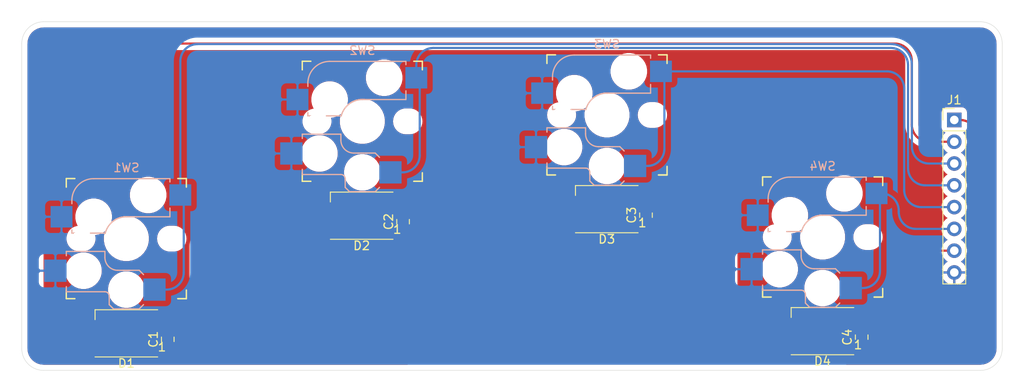
<source format=kicad_pcb>
(kicad_pcb (version 20221018) (generator pcbnew)
  (layers (0 "F.Cu" signal) (31 "B.Cu" signal) (34 "B.Paste" user) (35 "F.Paste" user) (36 "B.SilkS" user "B.Silkscreen") (37 "F.SilkS" user "F.Silkscreen") (38 "B.Mask" user) (39 "F.Mask" user) (44 "Edge.Cuts" user))
  (net 0 "")
  (net 1 "Net-(D1-Pad2)")
  (net 2 "LED_IN")
  (net 3 "Net-(D2-Pad2)")
  (net 4 "Net-(D3-Pad2)")
  (net 5 "LED_OUT")
  (net 6 "GND")
  (net 7 "BTN_RIGHT")
  (net 8 "BTN_DOWN")
  (net 9 "BTN_LEFT")
  (net 10 "BTN_L")
  (net 11 "+5V")
  (footprint "Capacitor_SMD:C_0805_2012Metric" (layer "F.Cu") (at 116.078 95.437999 90)
    (fp_text reference "C1")
    (fp_text value "C")
  )
  (footprint "Capacitor_SMD:C_0805_2012Metric" (layer "F.Cu") (at 143.51 81.721999 90)
    (fp_text reference "C2")
    (fp_text value "C")
  )
  (footprint "Capacitor_SMD:C_0805_2012Metric" (layer "F.Cu") (at 171.831 80.965001 90)
    (fp_text reference "C3")
    (fp_text value "C")
  )
  (footprint "Capacitor_SMD:C_0805_2012Metric" (layer "F.Cu") (at 196.977 95.183999 90)
    (fp_text reference "C4")
    (fp_text value "C")
  )
  (footprint "LED_SMD:LED_WS2812B_PLCC4_5.0x5.0mm_P3.2mm" (layer "F.Cu") (at 138.684 81.026 180)
    (fp_text reference "D2")
    (fp_text value "WS2812B")
  )
  (footprint "LED_SMD:LED_WS2812B_PLCC4_5.0x5.0mm_P3.2mm" (layer "F.Cu") (at 167.259 80.264 180)
    (fp_text reference "D3")
    (fp_text value "WS2812B")
  )
  (footprint "LED_SMD:LED_WS2812B_PLCC4_5.0x5.0mm_P3.2mm" (layer "F.Cu") (at 192.405 94.488 180)
    (fp_text reference "D4")
    (fp_text value "WS2812B")
  )
  (footprint "Connector_PinHeader_2.54mm:PinHeader_1x08_P2.54mm_Vertical" (layer "F.Cu") (at 207.772 69.865)
    (fp_text reference "J1")
    (fp_text value "Conn_01x08")
  )
  (footprint "mx+choc_socket:MX+Choc_socket" (layer "F.Cu") (at 113.792 78.613)
    (fp_text reference "SW1")
    (fp_text value "SW_Push")
  )
  (footprint "mx+choc_socket:MX+Choc_socket" (layer "F.Cu") (at 141.303 64.943)
    (fp_text reference "SW2")
    (fp_text value "SW_Push")
  )
  (footprint "mx+choc_socket:MX+Choc_socket" (layer "F.Cu") (at 169.825 64.199)
    (fp_text reference "SW3")
    (fp_text value "SW_Push")
  )
  (footprint "mx+choc_socket:MX+Choc_socket" (layer "F.Cu") (at 194.96 78.431)
    (fp_text reference "SW4")
    (fp_text value "SW_Push")
  )
  (footprint "LED_SMD:LED_WS2812B_PLCC4_5.0x5.0mm_P3.2mm" (layer "F.Cu") (at 111.252 94.742 180)
    (fp_text reference "D1")
    (fp_text value "WS2812B")
  )
  (gr_line (start 213.36 96.52) (end 213.36 60.96) (stroke (width 0.05)) (layer "Edge.Cuts"))
  (gr_line (start 99.06 60.96) (end 99.06 96.52) (stroke (width 0.05)) (layer "Edge.Cuts"))
  (gr_arc (start 101.6 99.06) (mid 99.803949 98.316051) (end 99.06 96.52) (stroke (width 0.05)) (layer "Edge.Cuts"))
  (gr_line (start 210.82 58.42) (end 101.6 58.42) (stroke (width 0.05)) (layer "Edge.Cuts"))
  (gr_line (start 101.6 99.06) (end 210.82 99.06) (stroke (width 0.05)) (layer "Edge.Cuts"))
  (gr_arc (start 213.36 96.52) (mid 212.616051 98.316051) (end 210.82 99.06) (stroke (width 0.05)) (layer "Edge.Cuts"))
  (gr_arc (start 99.06 60.96) (mid 99.803949 59.163949) (end 101.6 58.42) (stroke (width 0.05)) (layer "Edge.Cuts"))
  (gr_arc (start 210.82 58.42) (mid 212.616051 59.163949) (end 213.36 60.96) (stroke (width 0.05)) (layer "Edge.Cuts"))
  (segment (start 119.227759 91.907366) (end 119.29388 91.722569) (width 0.25) (layer "F.Cu") (net 1))
  (segment (start 117.38 93.142) (end 117.576034 93.132369) (width 0.25) (layer "F.Cu") (net 1))
  (segment (start 119.143842 92.084793) (end 119.227759 91.907366) (width 0.25) (layer "F.Cu") (net 1))
  (segment (start 120.989819 82.664429) (end 120.79943 82.712119) (width 0.25) (layer "F.Cu") (net 1))
  (segment (start 118.322793 92.905842) (end 118.49114 92.804939) (width 0.25) (layer "F.Cu") (net 1))
  (segment (start 119.38963 84.429965) (end 119.38 84.626) (width 0.25) (layer "F.Cu") (net 1))
  (segment (start 119.71706 83.514859) (end 119.616157 83.683206) (width 0.25) (layer "F.Cu") (net 1))
  (segment (start 119.370369 91.338034) (end 119.38 91.142) (width 0.25) (layer "F.Cu") (net 1))
  (segment (start 120.614633 82.77824) (end 120.437206 82.862157) (width 0.25) (layer "F.Cu") (net 1))
  (segment (start 119.042939 92.25314) (end 119.143842 92.084793) (width 0.25) (layer "F.Cu") (net 1))
  (segment (start 117.960569 93.05588) (end 118.145366 92.989759) (width 0.25) (layer "F.Cu") (net 1))
  (segment (start 119.53224 83.860633) (end 119.466119 84.04543) (width 0.25) (layer "F.Cu") (net 1))
  (segment (start 120.111213 83.079979) (end 119.965786 83.211786) (width 0.25) (layer "F.Cu") (net 1))
  (segment (start 117.77018 93.10357) (end 117.960569 93.05588) (width 0.25) (layer "F.Cu") (net 1))
  (segment (start 118.92602 92.410786) (end 119.042939 92.25314) (width 0.25) (layer "F.Cu") (net 1))
  (segment (start 119.38 91.142) (end 119.38 84.626) (width 0.25) (layer "F.Cu") (net 1))
  (segment (start 119.34157 91.53218) (end 119.370369 91.338034) (width 0.25) (layer "F.Cu") (net 1))
  (segment (start 118.794213 92.556213) (end 118.92602 92.410786) (width 0.25) (layer "F.Cu") (net 1))
  (segment (start 119.965786 83.211786) (end 119.833979 83.357213) (width 0.25) (layer "F.Cu") (net 1))
  (segment (start 117.576034 93.132369) (end 117.77018 93.10357) (width 0.25) (layer "F.Cu") (net 1))
  (segment (start 118.145366 92.989759) (end 118.322793 92.905842) (width 0.25) (layer "F.Cu") (net 1))
  (segment (start 117.38 93.142) (end 113.702 93.142) (width 0.25) (layer "F.Cu") (net 1))
  (segment (start 121.38 82.626) (end 136.234 82.626) (width 0.25) (layer "F.Cu") (net 1))
  (segment (start 120.268859 82.96306) (end 120.111213 83.079979) (width 0.25) (layer "F.Cu") (net 1))
  (segment (start 119.29388 91.722569) (end 119.34157 91.53218) (width 0.25) (layer "F.Cu") (net 1))
  (segment (start 118.49114 92.804939) (end 118.648786 92.68802) (width 0.25) (layer "F.Cu") (net 1))
  (segment (start 119.418429 84.235819) (end 119.38963 84.429965) (width 0.25) (layer "F.Cu") (net 1))
  (segment (start 119.616157 83.683206) (end 119.53224 83.860633) (width 0.25) (layer "F.Cu") (net 1))
  (segment (start 120.437206 82.862157) (end 120.268859 82.96306) (width 0.25) (layer "F.Cu") (net 1))
  (segment (start 121.183965 82.63563) (end 120.989819 82.664429) (width 0.25) (layer "F.Cu") (net 1))
  (segment (start 118.648786 92.68802) (end 118.794213 92.556213) (width 0.25) (layer "F.Cu") (net 1))
  (segment (start 121.38 82.626) (end 121.183965 82.63563) (width 0.25) (layer "F.Cu") (net 1))
  (segment (start 119.833979 83.357213) (end 119.71706 83.514859) (width 0.25) (layer "F.Cu") (net 1))
  (segment (start 119.466119 84.04543) (end 119.418429 84.235819) (width 0.25) (layer "F.Cu") (net 1))
  (segment (start 120.79943 82.712119) (end 120.614633 82.77824) (width 0.25) (layer "F.Cu") (net 1))
  (segment (start 202.905119 70.985569) (end 202.857429 70.79518) (width 0.25) (layer "F.Cu") (net 2))
  (segment (start 201.399569 61.046119) (end 201.584366 61.11224) (width 0.25) (layer "F.Cu") (net 2))
  (segment (start 204.622965 72.395369) (end 204.428819 72.36657) (width 0.25) (layer "F.Cu") (net 2))
  (segment (start 204.819 72.405) (end 207.772 72.405) (width 0.25) (layer "F.Cu") (net 2))
  (segment (start 101.291979 61.691213) (end 101.423786 61.545786) (width 0.25) (layer "F.Cu") (net 2))
  (segment (start 203.404786 71.819213) (end 203.272979 71.673786) (width 0.25) (layer "F.Cu") (net 2))
  (segment (start 202.233213 61.545786) (end 202.36502 61.691213) (width 0.25) (layer "F.Cu") (net 2))
  (segment (start 202.582842 62.017206) (end 202.666759 62.194633) (width 0.25) (layer "F.Cu") (net 2))
  (segment (start 202.36502 61.691213) (end 202.481939 61.848859) (width 0.25) (layer "F.Cu") (net 2))
  (segment (start 101.895206 61.196157) (end 102.072633 61.11224) (width 0.25) (layer "F.Cu") (net 2))
  (segment (start 202.78057 62.569819) (end 202.809369 62.763965) (width 0.25) (layer "F.Cu") (net 2))
  (segment (start 202.857429 70.79518) (end 202.82863 70.601034) (width 0.25) (layer "F.Cu") (net 2))
  (segment (start 101.895206 96.105842) (end 101.726859 96.004939) (width 0.25) (layer "F.Cu") (net 2))
  (segment (start 201.584366 61.11224) (end 201.761793 61.196157) (width 0.25) (layer "F.Cu") (net 2))
  (segment (start 202.73288 62.37943) (end 202.78057 62.569819) (width 0.25) (layer "F.Cu") (net 2))
  (segment (start 101.17506 95.45314) (end 101.074157 95.284793) (width 0.25) (layer "F.Cu") (net 2))
  (segment (start 202.819 62.96) (end 202.819 70.405) (width 0.25) (layer "F.Cu") (net 2))
  (segment (start 100.84763 62.763965) (end 100.876429 62.569819) (width 0.25) (layer "F.Cu") (net 2))
  (segment (start 100.99024 95.107366) (end 100.924119 94.922569) (width 0.25) (layer "F.Cu") (net 2))
  (segment (start 204.053633 72.252759) (end 203.876206 72.168842) (width 0.25) (layer "F.Cu") (net 2))
  (segment (start 100.99024 62.194633) (end 101.074157 62.017206) (width 0.25) (layer "F.Cu") (net 2))
  (segment (start 101.569213 95.88802) (end 101.423786 95.756213) (width 0.25) (layer "F.Cu") (net 2))
  (segment (start 102.641965 60.96963) (end 102.838 60.96) (width 0.25) (layer "F.Cu") (net 2))
  (segment (start 203.876206 72.168842) (end 203.707859 72.067939) (width 0.25) (layer "F.Cu") (net 2))
  (segment (start 203.272979 71.673786) (end 203.15606 71.51614) (width 0.25) (layer "F.Cu") (net 2))
  (segment (start 100.876429 94.73218) (end 100.84763 94.538034) (width 0.25) (layer "F.Cu") (net 2))
  (segment (start 101.569213 61.413979) (end 101.726859 61.29706) (width 0.25) (layer "F.Cu") (net 2))
  (segment (start 102.447819 60.998429) (end 102.641965 60.96963) (width 0.25) (layer "F.Cu") (net 2))
  (segment (start 102.447819 96.30357) (end 102.25743 96.25588) (width 0.25) (layer "F.Cu") (net 2))
  (segment (start 102.072633 96.189759) (end 101.895206 96.105842) (width 0.25) (layer "F.Cu") (net 2))
  (segment (start 203.707859 72.067939) (end 203.550213 71.95102) (width 0.25) (layer "F.Cu") (net 2))
  (segment (start 101.291979 95.610786) (end 101.17506 95.45314) (width 0.25) (layer "F.Cu") (net 2))
  (segment (start 203.550213 71.95102) (end 203.404786 71.819213) (width 0.25) (layer "F.Cu") (net 2))
  (segment (start 202.809369 62.763965) (end 202.819 62.96) (width 0.25) (layer "F.Cu") (net 2))
  (segment (start 102.25743 61.046119) (end 102.447819 60.998429) (width 0.25) (layer "F.Cu") (net 2))
  (segment (start 100.838 94.342) (end 100.838 62.96) (width 0.25) (layer "F.Cu") (net 2))
  (segment (start 201.015034 60.96963) (end 201.20918 60.998429) (width 0.25) (layer "F.Cu") (net 2))
  (segment (start 101.726859 96.004939) (end 101.569213 95.88802) (width 0.25) (layer "F.Cu") (net 2))
  (segment (start 100.924119 94.922569) (end 100.876429 94.73218) (width 0.25) (layer "F.Cu") (net 2))
  (segment (start 200.819 60.96) (end 201.015034 60.96963) (width 0.25) (layer "F.Cu") (net 2))
  (segment (start 201.20918 60.998429) (end 201.399569 61.046119) (width 0.25) (layer "F.Cu") (net 2))
  (segment (start 101.423786 95.756213) (end 101.291979 95.610786) (width 0.25) (layer "F.Cu") (net 2))
  (segment (start 204.819 72.405) (end 204.622965 72.395369) (width 0.25) (layer "F.Cu") (net 2))
  (segment (start 101.423786 61.545786) (end 101.569213 61.413979) (width 0.25) (layer "F.Cu") (net 2))
  (segment (start 101.074157 62.017206) (end 101.17506 61.848859) (width 0.25) (layer "F.Cu") (net 2))
  (segment (start 100.84763 94.538034) (end 100.838 94.342) (width 0.25) (layer "F.Cu") (net 2))
  (segment (start 202.481939 61.848859) (end 202.582842 62.017206) (width 0.25) (layer "F.Cu") (net 2))
  (segment (start 203.055157 71.347793) (end 202.97124 71.170366) (width 0.25) (layer "F.Cu") (net 2))
  (segment (start 102.072633 61.11224) (end 102.25743 61.046119) (width 0.25) (layer "F.Cu") (net 2))
  (segment (start 204.428819 72.36657) (end 204.23843 72.31888) (width 0.25) (layer "F.Cu") (net 2))
  (segment (start 203.15606 71.51614) (end 203.055157 71.347793) (width 0.25) (layer "F.Cu") (net 2))
  (segment (start 101.074157 95.284793) (end 100.99024 95.107366) (width 0.25) (layer "F.Cu") (net 2))
  (segment (start 102.838 96.342) (end 108.802 96.342) (width 0.25) (layer "F.Cu") (net 2))
  (segment (start 102.641965 96.332369) (end 102.447819 96.30357) (width 0.25) (layer "F.Cu") (net 2))
  (segment (start 100.876429 62.569819) (end 100.924119 62.37943) (width 0.25) (layer "F.Cu") (net 2))
  (segment (start 202.666759 62.194633) (end 202.73288 62.37943) (width 0.25) (layer "F.Cu") (net 2))
  (segment (start 201.93014 61.29706) (end 202.087786 61.413979) (width 0.25) (layer "F.Cu") (net 2))
  (segment (start 100.838 62.96) (end 100.84763 62.763965) (width 0.25) (layer "F.Cu") (net 2))
  (segment (start 202.82863 70.601034) (end 202.819 70.405) (width 0.25) (layer "F.Cu") (net 2))
  (segment (start 201.761793 61.196157) (end 201.93014 61.29706) (width 0.25) (layer "F.Cu") (net 2))
  (segment (start 204.23843 72.31888) (end 204.053633 72.252759) (width 0.25) (layer "F.Cu") (net 2))
  (segment (start 202.087786 61.413979) (end 202.233213 61.545786) (width 0.25) (layer "F.Cu") (net 2))
  (segment (start 102.838 96.342) (end 102.641965 96.332369) (width 0.25) (layer "F.Cu") (net 2))
  (segment (start 202.97124 71.170366) (end 202.905119 70.985569) (width 0.25) (layer "F.Cu") (net 2))
  (segment (start 102.25743 96.25588) (end 102.072633 96.189759) (width 0.25) (layer "F.Cu") (net 2))
  (segment (start 102.838 60.96) (end 200.819 60.96) (width 0.25) (layer "F.Cu") (net 2))
  (segment (start 101.17506 61.848859) (end 101.291979 61.691213) (width 0.25) (layer "F.Cu") (net 2))
  (segment (start 100.924119 62.37943) (end 100.99024 62.194633) (width 0.25) (layer "F.Cu") (net 2))
  (segment (start 101.726859 61.29706) (end 101.895206 61.196157) (width 0.25) (layer "F.Cu") (net 2))
  (segment (start 157.04054 81.861091) (end 156.922365 81.852374) (width 0.25) (layer "F.Cu") (net 3))
  (segment (start 153.421808 79.529955) (end 153.534323 79.567125) (width 0.25) (layer "F.Cu") (net 3))
  (segment (start 155.817734 81.457131) (end 155.720854 81.3889) (width 0.25) (layer "F.Cu") (net 3))
  (segment (start 155.451893 81.156893) (end 154.428106 80.133106) (width 0.25) (layer "F.Cu") (net 3))
  (segment (start 155.537712 81.2386) (end 155.451893 81.156893) (width 0.25) (layer "F.Cu") (net 3))
  (segment (start 152.839459 79.428908) (end 152.957634 79.437625) (width 0.25) (layer "F.Cu") (net 3))
  (segment (start 156.68801 81.817611) (end 156.572393 81.791649) (width 0.25) (layer "F.Cu") (net 3))
  (segment (start 152.957634 79.437625) (end 153.075238 79.45213) (width 0.25) (layer "F.Cu") (net 3))
  (segment (start 156.020947 81.578932) (end 155.917845 81.520526) (width 0.25) (layer "F.Cu") (net 3))
  (segment (start 152.721 79.426) (end 152.839459 79.428908) (width 0.25) (layer "F.Cu") (net 3))
  (segment (start 155.917845 81.520526) (end 155.817734 81.457131) (width 0.25) (layer "F.Cu") (net 3))
  (segment (start 154.062264 79.832868) (end 154.159144 79.901098) (width 0.25) (layer "F.Cu") (net 3))
  (segment (start 153.859051 79.711067) (end 153.962153 79.769473) (width 0.25) (layer "F.Cu") (net 3))
  (segment (start 156.804761 81.837869) (end 156.68801 81.817611) (width 0.25) (layer "F.Cu") (net 3))
  (segment (start 152.721 79.426) (end 141.134 79.426) (width 0.25) (layer "F.Cu") (net 3))
  (segment (start 153.962153 79.769473) (end 154.062264 79.832868) (width 0.25) (layer "F.Cu") (net 3))
  (segment (start 153.191989 79.472388) (end 153.307605 79.49835) (width 0.25) (layer "F.Cu") (net 3))
  (segment (start 153.075238 79.45213) (end 153.191989 79.472388) (width 0.25) (layer "F.Cu") (net 3))
  (segment (start 156.45819 81.760044) (end 156.345675 81.722874) (width 0.25) (layer "F.Cu") (net 3))
  (segment (start 155.627438 81.315998) (end 155.537712 81.2386) (width 0.25) (layer "F.Cu") (net 3))
  (segment (start 156.23512 81.680228) (end 156.12679 81.632209) (width 0.25) (layer "F.Cu") (net 3))
  (segment (start 153.307605 79.49835) (end 153.421808 79.529955) (width 0.25) (layer "F.Cu") (net 3))
  (segment (start 153.534323 79.567125) (end 153.644878 79.60977) (width 0.25) (layer "F.Cu") (net 3))
  (segment (start 156.345675 81.722874) (end 156.23512 81.680228) (width 0.25) (layer "F.Cu") (net 3))
  (segment (start 157.159 81.864) (end 164.809 81.864) (width 0.25) (layer "F.Cu") (net 3))
  (segment (start 157.159 81.864) (end 157.04054 81.861091) (width 0.25) (layer "F.Cu") (net 3))
  (segment (start 154.342285 80.051398) (end 154.428106 80.133106) (width 0.25) (layer "F.Cu") (net 3))
  (segment (start 156.922365 81.852374) (end 156.804761 81.837869) (width 0.25) (layer "F.Cu") (net 3))
  (segment (start 153.644878 79.60977) (end 153.753208 79.65779) (width 0.25) (layer "F.Cu") (net 3))
  (segment (start 154.159144 79.901098) (end 154.252559 79.974) (width 0.25) (layer "F.Cu") (net 3))
  (segment (start 154.252559 79.974) (end 154.342285 80.051398) (width 0.25) (layer "F.Cu") (net 3))
  (segment (start 153.753208 79.65779) (end 153.859051 79.711067) (width 0.25) (layer "F.Cu") (net 3))
  (segment (start 156.572393 81.791649) (end 156.45819 81.760044) (width 0.25) (layer "F.Cu") (net 3))
  (segment (start 156.12679 81.632209) (end 156.020947 81.578932) (width 0.25) (layer "F.Cu") (net 3))
  (segment (start 155.720854 81.3889) (end 155.627438 81.315998) (width 0.25) (layer "F.Cu") (net 3))
  (segment (start 183.346819 96.04957) (end 183.15643 96.00188) (width 0.25) (layer "F.Cu") (net 4))
  (segment (start 181.584759 79.898633) (end 181.500842 79.721206) (width 0.25) (layer "F.Cu") (net 4))
  (segment (start 181.74663 94.284034) (end 181.737 94.088) (width 0.25) (layer "F.Cu") (net 4))
  (segment (start 181.69857 80.273819) (end 181.65088 80.08343) (width 0.25) (layer "F.Cu") (net 4))
  (segment (start 182.322786 95.502213) (end 182.190979 95.356786) (width 0.25) (layer "F.Cu") (net 4))
  (segment (start 181.88924 94.853366) (end 181.823119 94.668569) (width 0.25) (layer "F.Cu") (net 4))
  (segment (start 180.12718 78.702429) (end 179.933034 78.67363) (width 0.25) (layer "F.Cu") (net 4))
  (segment (start 182.625859 95.750939) (end 182.468213 95.63402) (width 0.25) (layer "F.Cu") (net 4))
  (segment (start 183.540965 96.078369) (end 183.346819 96.04957) (width 0.25) (layer "F.Cu") (net 4))
  (segment (start 183.15643 96.00188) (end 182.971633 95.935759) (width 0.25) (layer "F.Cu") (net 4))
  (segment (start 179.737 78.664) (end 169.709 78.664) (width 0.25) (layer "F.Cu") (net 4))
  (segment (start 182.794206 95.851842) (end 182.625859 95.750939) (width 0.25) (layer "F.Cu") (net 4))
  (segment (start 180.502366 78.81624) (end 180.317569 78.750119) (width 0.25) (layer "F.Cu") (net 4))
  (segment (start 181.737 94.088) (end 181.737 80.664) (width 0.25) (layer "F.Cu") (net 4))
  (segment (start 182.190979 95.356786) (end 182.07406 95.19914) (width 0.25) (layer "F.Cu") (net 4))
  (segment (start 180.84814 79.00106) (end 180.679793 78.900157) (width 0.25) (layer "F.Cu") (net 4))
  (segment (start 181.775429 94.47818) (end 181.74663 94.284034) (width 0.25) (layer "F.Cu") (net 4))
  (segment (start 181.151213 79.249786) (end 181.005786 79.117979) (width 0.25) (layer "F.Cu") (net 4))
  (segment (start 181.005786 79.117979) (end 180.84814 79.00106) (width 0.25) (layer "F.Cu") (net 4))
  (segment (start 181.973157 95.030793) (end 181.88924 94.853366) (width 0.25) (layer "F.Cu") (net 4))
  (segment (start 181.28302 79.395213) (end 181.151213 79.249786) (width 0.25) (layer "F.Cu") (net 4))
  (segment (start 182.971633 95.935759) (end 182.794206 95.851842) (width 0.25) (layer "F.Cu") (net 4))
  (segment (start 181.399939 79.552859) (end 181.28302 79.395213) (width 0.25) (layer "F.Cu") (net 4))
  (segment (start 179.933034 78.67363) (end 179.737 78.664) (width 0.25) (layer "F.Cu") (net 4))
  (segment (start 181.737 80.664) (end 181.727369 80.467965) (width 0.25) (layer "F.Cu") (net 4))
  (segment (start 182.468213 95.63402) (end 182.322786 95.502213) (width 0.25) (layer "F.Cu") (net 4))
  (segment (start 182.07406 95.19914) (end 181.973157 95.030793) (width 0.25) (layer "F.Cu") (net 4))
  (segment (start 181.65088 80.08343) (end 181.584759 79.898633) (width 0.25) (layer "F.Cu") (net 4))
  (segment (start 181.727369 80.467965) (end 181.69857 80.273819) (width 0.25) (layer "F.Cu") (net 4))
  (segment (start 183.737 96.088) (end 189.955 96.088) (width 0.25) (layer "F.Cu") (net 4))
  (segment (start 180.679793 78.900157) (end 180.502366 78.81624) (width 0.25) (layer "F.Cu") (net 4))
  (segment (start 180.317569 78.750119) (end 180.12718 78.702429) (width 0.25) (layer "F.Cu") (net 4))
  (segment (start 183.737 96.088) (end 183.540965 96.078369) (width 0.25) (layer "F.Cu") (net 4))
  (segment (start 181.823119 94.668569) (end 181.775429 94.47818) (width 0.25) (layer "F.Cu") (net 4))
  (segment (start 181.500842 79.721206) (end 181.399939 79.552859) (width 0.25) (layer "F.Cu") (net 4))
  (segment (start 200.637569 92.80188) (end 200.822366 92.735759) (width 0.25) (layer "F.Cu") (net 5))
  (segment (start 202.01857 91.27818) (end 202.047369 91.084034) (width 0.25) (layer "F.Cu") (net 5))
  (segment (start 201.16814 92.550939) (end 201.325786 92.43402) (width 0.25) (layer "F.Cu") (net 5))
  (segment (start 202.293157 86.162206) (end 202.20924 86.339633) (width 0.25) (layer "F.Cu") (net 5))
  (segment (start 202.510979 85.836213) (end 202.39406 85.993859) (width 0.25) (layer "F.Cu") (net 5))
  (segment (start 203.666819 85.143429) (end 203.47643 85.191119) (width 0.25) (layer "F.Cu") (net 5))
  (segment (start 201.325786 92.43402) (end 201.471213 92.302213) (width 0.25) (layer "F.Cu") (net 5))
  (segment (start 201.719939 91.99914) (end 201.820842 91.830793) (width 0.25) (layer "F.Cu") (net 5))
  (segment (start 203.114206 85.341157) (end 202.945859 85.44206) (width 0.25) (layer "F.Cu") (net 5))
  (segment (start 202.39406 85.993859) (end 202.293157 86.162206) (width 0.25) (layer "F.Cu") (net 5))
  (segment (start 203.47643 85.191119) (end 203.291633 85.25724) (width 0.25) (layer "F.Cu") (net 5))
  (segment (start 202.057 90.888) (end 202.057 87.105) (width 0.25) (layer "F.Cu") (net 5))
  (segment (start 202.047369 91.084034) (end 202.057 90.888) (width 0.25) (layer "F.Cu") (net 5))
  (segment (start 204.057 85.105) (end 203.860965 85.11463) (width 0.25) (layer "F.Cu") (net 5))
  (segment (start 202.20924 86.339633) (end 202.143119 86.52443) (width 0.25) (layer "F.Cu") (net 5))
  (segment (start 201.60302 92.156786) (end 201.719939 91.99914) (width 0.25) (layer "F.Cu") (net 5))
  (segment (start 202.095429 86.714819) (end 202.06663 86.908965) (width 0.25) (layer "F.Cu") (net 5))
  (segment (start 200.999793 92.651842) (end 201.16814 92.550939) (width 0.25) (layer "F.Cu") (net 5))
  (segment (start 202.788213 85.558979) (end 202.642786 85.690786) (width 0.25) (layer "F.Cu") (net 5))
  (segment (start 200.057 92.888) (end 194.855 92.888) (width 0.25) (layer "F.Cu") (net 5))
  (segment (start 202.945859 85.44206) (end 202.788213 85.558979) (width 0.25) (layer "F.Cu") (net 5))
  (segment (start 202.06663 86.908965) (end 202.057 87.105) (width 0.25) (layer "F.Cu") (net 5))
  (segment (start 201.820842 91.830793) (end 201.904759 91.653366) (width 0.25) (layer "F.Cu") (net 5))
  (segment (start 201.471213 92.302213) (end 201.60302 92.156786) (width 0.25) (layer "F.Cu") (net 5))
  (segment (start 202.642786 85.690786) (end 202.510979 85.836213) (width 0.25) (layer "F.Cu") (net 5))
  (segment (start 203.291633 85.25724) (end 203.114206 85.341157) (width 0.25) (layer "F.Cu") (net 5))
  (segment (start 202.143119 86.52443) (end 202.095429 86.714819) (width 0.25) (layer "F.Cu") (net 5))
  (segment (start 200.822366 92.735759) (end 200.999793 92.651842) (width 0.25) (layer "F.Cu") (net 5))
  (segment (start 200.44718 92.84957) (end 200.637569 92.80188) (width 0.25) (layer "F.Cu") (net 5))
  (segment (start 201.97088 91.468569) (end 202.01857 91.27818) (width 0.25) (layer "F.Cu") (net 5))
  (segment (start 203.860965 85.11463) (end 203.666819 85.143429) (width 0.25) (layer "F.Cu") (net 5))
  (segment (start 204.057 85.105) (end 207.772 85.105) (width 0.25) (layer "F.Cu") (net 5))
  (segment (start 200.253034 92.878369) (end 200.44718 92.84957) (width 0.25) (layer "F.Cu") (net 5))
  (segment (start 201.904759 91.653366) (end 201.97088 91.468569) (width 0.25) (layer "F.Cu") (net 5))
  (segment (start 200.057 92.888) (end 200.253034 92.878369) (width 0.25) (layer "F.Cu") (net 5))
  (segment (start 197.306864 89.451369) (end 197.11083 89.461) (width 0.25) (layer "B.Cu") (net 7))
  (segment (start 201.142759 79.665633) (end 201.058842 79.488206) (width 0.25) (layer "B.Cu") (net 7))
  (segment (start 199.295 78.431) (end 198.71 78.431) (width 0.25) (layer "B.Cu") (net 7))
  (segment (start 197.50101 89.42257) (end 197.306864 89.451369) (width 0.25) (layer "B.Cu") (net 7))
  (segment (start 197.691399 89.37488) (end 197.50101 89.42257) (width 0.25) (layer "B.Cu") (net 7))
  (segment (start 201.285369 80.234965) (end 201.25657 80.040819) (width 0.25) (layer "B.Cu") (net 7))
  (segment (start 199.491034 78.44063) (end 199.295 78.431) (width 0.25) (layer "B.Cu") (net 7))
  (segment (start 201.748979 81.833786) (end 201.63206 81.67614) (width 0.25) (layer "B.Cu") (net 7))
  (segment (start 201.20888 79.85043) (end 201.142759 79.665633) (width 0.25) (layer "B.Cu") (net 7))
  (segment (start 198.22197 89.123939) (end 198.053623 89.224842) (width 0.25) (layer "B.Cu") (net 7))
  (segment (start 201.058842 79.488206) (end 200.957939 79.319859) (width 0.25) (layer "B.Cu") (net 7))
  (segment (start 201.333429 80.95518) (end 201.30463 80.761034) (width 0.25) (layer "B.Cu") (net 7))
  (segment (start 199.11083 87.461) (end 199.11083 78.83183) (width 0.25) (layer "B.Cu") (net 7))
  (segment (start 198.773769 88.57214) (end 198.65685 88.729786) (width 0.25) (layer "B.Cu") (net 7))
  (segment (start 199.11083 87.461) (end 199.101199 87.657034) (width 0.25) (layer "B.Cu") (net 7))
  (segment (start 198.379616 89.00702) (end 198.22197 89.123939) (width 0.25) (layer "B.Cu") (net 7))
  (segment (start 201.531157 81.507793) (end 201.44724 81.330366) (width 0.25) (layer "B.Cu") (net 7))
  (segment (start 200.563786 78.884979) (end 200.40614 78.76806) (width 0.25) (layer "B.Cu") (net 7))
  (segment (start 202.183859 82.227939) (end 202.026213 82.11102) (width 0.25) (layer "B.Cu") (net 7))
  (segment (start 202.026213 82.11102) (end 201.880786 81.979213) (width 0.25) (layer "B.Cu") (net 7))
  (segment (start 201.30463 80.761034) (end 201.295 80.565) (width 0.25) (layer "B.Cu") (net 7))
  (segment (start 197.876196 89.308759) (end 197.691399 89.37488) (width 0.25) (layer "B.Cu") (net 7))
  (segment (start 200.40614 78.76806) (end 200.237793 78.667157) (width 0.25) (layer "B.Cu") (net 7))
  (segment (start 198.958589 88.226366) (end 198.874672 88.403793) (width 0.25) (layer "B.Cu") (net 7))
  (segment (start 199.0724 87.85118) (end 199.02471 88.041569) (width 0.25) (layer "B.Cu") (net 7))
  (segment (start 201.25657 80.040819) (end 201.20888 79.85043) (width 0.25) (layer "B.Cu") (net 7))
  (segment (start 201.44724 81.330366) (end 201.381119 81.145569) (width 0.25) (layer "B.Cu") (net 7))
  (segment (start 199.68518 78.469429) (end 199.491034 78.44063) (width 0.25) (layer "B.Cu") (net 7))
  (segment (start 201.295 80.565) (end 201.295 80.431) (width 0.25) (layer "B.Cu") (net 7))
  (segment (start 200.709213 79.016786) (end 200.563786 78.884979) (width 0.25) (layer "B.Cu") (net 7))
  (segment (start 203.295 82.565) (end 203.098965 82.555369) (width 0.25) (layer "B.Cu") (net 7))
  (segment (start 201.295 80.431) (end 201.285369 80.234965) (width 0.25) (layer "B.Cu") (net 7))
  (segment (start 201.63206 81.67614) (end 201.531157 81.507793) (width 0.25) (layer "B.Cu") (net 7))
  (segment (start 200.957939 79.319859) (end 200.84102 79.162213) (width 0.25) (layer "B.Cu") (net 7))
  (segment (start 201.880786 81.979213) (end 201.748979 81.833786) (width 0.25) (layer "B.Cu") (net 7))
  (segment (start 202.904819 82.52657) (end 202.71443 82.47888) (width 0.25) (layer "B.Cu") (net 7))
  (segment (start 202.71443 82.47888) (end 202.529633 82.412759) (width 0.25) (layer "B.Cu") (net 7))
  (segment (start 203.098965 82.555369) (end 202.904819 82.52657) (width 0.25) (layer "B.Cu") (net 7))
  (segment (start 199.875569 78.517119) (end 199.68518 78.469429) (width 0.25) (layer "B.Cu") (net 7))
  (segment (start 198.71 78.431) (end 199.11083 78.83183) (width 0.25) (layer "B.Cu") (net 7))
  (segment (start 200.060366 78.58324) (end 199.875569 78.517119) (width 0.25) (layer "B.Cu") (net 7))
  (segment (start 202.529633 82.412759) (end 202.352206 82.328842) (width 0.25) (layer "B.Cu") (net 7))
  (segment (start 198.65685 88.729786) (end 198.525043 88.875213) (width 0.25) (layer "B.Cu") (net 7))
  (segment (start 199.02471 88.041569) (end 198.958589 88.226366) (width 0.25) (layer "B.Cu") (net 7))
  (segment (start 198.525043 88.875213) (end 198.379616 89.00702) (width 0.25) (layer "B.Cu") (net 7))
  (segment (start 202.352206 82.328842) (end 202.183859 82.227939) (width 0.25) (layer "B.Cu") (net 7))
  (segment (start 198.053623 89.224842) (end 197.876196 89.308759) (width 0.25) (layer "B.Cu") (net 7))
  (segment (start 198.874672 88.403793) (end 198.773769 88.57214) (width 0.25) (layer "B.Cu") (net 7))
  (segment (start 200.237793 78.667157) (end 200.060366 78.58324) (width 0.25) (layer "B.Cu") (net 7))
  (segment (start 197.11083 89.461) (end 195.695 89.461) (width 0.25) (layer "B.Cu") (net 7))
  (segment (start 200.84102 79.162213) (end 200.709213 79.016786) (width 0.25) (layer "B.Cu") (net 7))
  (segment (start 199.101199 87.657034) (end 199.0724 87.85118) (width 0.25) (layer "B.Cu") (net 7))
  (segment (start 201.381119 81.145569) (end 201.333429 80.95518) (width 0.25) (layer "B.Cu") (net 7))
  (segment (start 203.295 82.565) (end 207.772 82.565) (width 0.25) (layer "B.Cu") (net 7))
  (segment (start 173.244616 74.77502) (end 173.08697 74.891939) (width 0.25) (layer "B.Cu") (net 8))
  (segment (start 202.26706 79.13614) (end 202.166157 78.967793) (width 0.25) (layer "B.Cu") (net 8))
  (segment (start 200.872793 64.435157) (end 201.04114 64.53606) (width 0.25) (layer "B.Cu") (net 8))
  (segment (start 203.733965 80.015369) (end 203.539819 79.98657) (width 0.25) (layer "B.Cu") (net 8))
  (segment (start 202.016119 78.605569) (end 201.968429 78.41518) (width 0.25) (layer "B.Cu") (net 8))
  (segment (start 200.32018 64.237429) (end 200.510569 64.285119) (width 0.25) (layer "B.Cu") (net 8))
  (segment (start 173.52185 74.497786) (end 173.390043 74.643213) (width 0.25) (layer "B.Cu") (net 8))
  (segment (start 200.126034 64.20863) (end 200.32018 64.237429) (width 0.25) (layer "B.Cu") (net 8))
  (segment (start 203.539819 79.98657) (end 203.34943 79.93888) (width 0.25) (layer "B.Cu") (net 8))
  (segment (start 171.97583 75.229) (end 170.56 75.229) (width 0.25) (layer "B.Cu") (net 8))
  (segment (start 172.918623 74.992842) (end 172.741196 75.076759) (width 0.25) (layer "B.Cu") (net 8))
  (segment (start 201.93 66.199) (end 201.93 78.025) (width 0.25) (layer "B.Cu") (net 8))
  (segment (start 173.88971 73.809569) (end 173.823589 73.994366) (width 0.25) (layer "B.Cu") (net 8))
  (segment (start 201.84388 65.61843) (end 201.89157 65.808819) (width 0.25) (layer "B.Cu") (net 8))
  (segment (start 203.93 80.025) (end 203.733965 80.015369) (width 0.25) (layer "B.Cu") (net 8))
  (segment (start 203.164633 79.872759) (end 202.987206 79.788842) (width 0.25) (layer "B.Cu") (net 8))
  (segment (start 202.08224 78.790366) (end 202.016119 78.605569) (width 0.25) (layer "B.Cu") (net 8))
  (segment (start 173.390043 74.643213) (end 173.244616 74.77502) (width 0.25) (layer "B.Cu") (net 8))
  (segment (start 202.661213 79.57102) (end 202.515786 79.439213) (width 0.25) (layer "B.Cu") (net 8))
  (segment (start 172.171864 75.219369) (end 171.97583 75.229) (width 0.25) (layer "B.Cu") (net 8))
  (segment (start 202.166157 78.967793) (end 202.08224 78.790366) (width 0.25) (layer "B.Cu") (net 8))
  (segment (start 201.693842 65.256206) (end 201.777759 65.433633) (width 0.25) (layer "B.Cu") (net 8))
  (segment (start 201.198786 64.652979) (end 201.344213 64.784786) (width 0.25) (layer "B.Cu") (net 8))
  (segment (start 173.823589 73.994366) (end 173.739672 74.171793) (width 0.25) (layer "B.Cu") (net 8))
  (segment (start 199.93 64.199) (end 173.575 64.199) (width 0.25) (layer "B.Cu") (net 8))
  (segment (start 202.818859 79.687939) (end 202.661213 79.57102) (width 0.25) (layer "B.Cu") (net 8))
  (segment (start 200.695366 64.35124) (end 200.872793 64.435157) (width 0.25) (layer "B.Cu") (net 8))
  (segment (start 202.987206 79.788842) (end 202.818859 79.687939) (width 0.25) (layer "B.Cu") (net 8))
  (segment (start 173.638769 74.34014) (end 173.52185 74.497786) (width 0.25) (layer "B.Cu") (net 8))
  (segment (start 199.93 64.199) (end 200.126034 64.20863) (width 0.25) (layer "B.Cu") (net 8))
  (segment (start 173.575 64.199) (end 173.97583 64.59983) (width 0.25) (layer "B.Cu") (net 8))
  (segment (start 173.966199 73.425034) (end 173.9374 73.61918) (width 0.25) (layer "B.Cu") (net 8))
  (segment (start 172.741196 75.076759) (end 172.556399 75.14288) (width 0.25) (layer "B.Cu") (net 8))
  (segment (start 201.47602 64.930213) (end 201.592939 65.087859) (width 0.25) (layer "B.Cu") (net 8))
  (segment (start 201.93963 78.221034) (end 201.93 78.025) (width 0.25) (layer "B.Cu") (net 8))
  (segment (start 203.34943 79.93888) (end 203.164633 79.872759) (width 0.25) (layer "B.Cu") (net 8))
  (segment (start 201.920369 66.002965) (end 201.93 66.199) (width 0.25) (layer "B.Cu") (net 8))
  (segment (start 172.36601 75.19057) (end 172.171864 75.219369) (width 0.25) (layer "B.Cu") (net 8))
  (segment (start 173.97583 73.229) (end 173.97583 64.59983) (width 0.25) (layer "B.Cu") (net 8))
  (segment (start 173.08697 74.891939) (end 172.918623 74.992842) (width 0.25) (layer "B.Cu") (net 8))
  (segment (start 202.515786 79.439213) (end 202.383979 79.293786) (width 0.25) (layer "B.Cu") (net 8))
  (segment (start 201.344213 64.784786) (end 201.47602 64.930213) (width 0.25) (layer "B.Cu") (net 8))
  (segment (start 203.93 80.025) (end 207.772 80.025) (width 0.25) (layer "B.Cu") (net 8))
  (segment (start 202.383979 79.293786) (end 202.26706 79.13614) (width 0.25) (layer "B.Cu") (net 8))
  (segment (start 201.777759 65.433633) (end 201.84388 65.61843) (width 0.25) (layer "B.Cu") (net 8))
  (segment (start 201.89157 65.808819) (end 201.920369 66.002965) (width 0.25) (layer "B.Cu") (net 8))
  (segment (start 173.9374 73.61918) (end 173.88971 73.809569) (width 0.25) (layer "B.Cu") (net 8))
  (segment (start 173.97583 73.229) (end 173.966199 73.425034) (width 0.25) (layer "B.Cu") (net 8))
  (segment (start 172.556399 75.14288) (end 172.36601 75.19057) (width 0.25) (layer "B.Cu") (net 8))
  (segment (start 201.592939 65.087859) (end 201.693842 65.256206) (width 0.25) (layer "B.Cu") (net 8))
  (segment (start 200.510569 64.285119) (end 200.695366 64.35124) (width 0.25) (layer "B.Cu") (net 8))
  (segment (start 201.968429 78.41518) (end 201.93963 78.221034) (width 0.25) (layer "B.Cu") (net 8))
  (segment (start 201.04114 64.53606) (end 201.198786 64.652979) (width 0.25) (layer "B.Cu") (net 8))
  (segment (start 173.739672 74.171793) (end 173.638769 74.34014) (width 0.25) (layer "B.Cu") (net 8))
  (segment (start 146.662819 61.506429) (end 146.856965 61.47763) (width 0.25) (layer "B.Cu") (net 9))
  (segment (start 145.20524 62.702633) (end 145.289157 62.525206) (width 0.25) (layer "B.Cu") (net 9))
  (segment (start 201.92603 62.199213) (end 202.042949 62.356859) (width 0.25) (layer "B.Cu") (net 9))
  (segment (start 145.139119 62.88743) (end 145.20524 62.702633) (width 0.25) (layer "B.Cu") (net 9))
  (segment (start 200.576044 61.47763) (end 200.77019 61.506429) (width 0.25) (layer "B.Cu") (net 9))
  (segment (start 144.219196 75.820759) (end 144.034399 75.88688) (width 0.25) (layer "B.Cu") (net 9))
  (segment (start 202.833989 76.753786) (end 202.71707 76.59614) (width 0.25) (layer "B.Cu") (net 9))
  (segment (start 145.941859 61.80506) (end 146.110206 61.704157) (width 0.25) (layer "B.Cu") (net 9))
  (segment (start 202.042949 62.356859) (end 202.143852 62.525206) (width 0.25) (layer "B.Cu") (net 9))
  (segment (start 202.143852 62.525206) (end 202.227769 62.702633) (width 0.25) (layer "B.Cu") (net 9))
  (segment (start 203.79944 77.39888) (end 203.614643 77.332759) (width 0.25) (layer "B.Cu") (net 9))
  (segment (start 145.053 63.468) (end 145.053 64.943) (width 0.25) (layer "B.Cu") (net 9))
  (segment (start 146.47243 61.554119) (end 146.662819 61.506429) (width 0.25) (layer "B.Cu") (net 9))
  (segment (start 145.116769 75.08414) (end 144.99985 75.241786) (width 0.25) (layer "B.Cu") (net 9))
  (segment (start 202.38964 75.681034) (end 202.38001 75.485) (width 0.25) (layer "B.Cu") (net 9))
  (segment (start 204.38001 77.485) (end 207.772 77.485) (width 0.25) (layer "B.Cu") (net 9))
  (segment (start 201.145376 61.62024) (end 201.322803 61.704157) (width 0.25) (layer "B.Cu") (net 9))
  (segment (start 145.36771 74.553569) (end 145.301589 74.738366) (width 0.25) (layer "B.Cu") (net 9))
  (segment (start 145.39006 62.356859) (end 145.506979 62.199213) (width 0.25) (layer "B.Cu") (net 9))
  (segment (start 145.45383 73.973) (end 145.444199 74.169034) (width 0.25) (layer "B.Cu") (net 9))
  (segment (start 144.722616 75.51902) (end 144.56497 75.635939) (width 0.25) (layer "B.Cu") (net 9))
  (segment (start 203.437216 77.248842) (end 203.268869 77.147939) (width 0.25) (layer "B.Cu") (net 9))
  (segment (start 145.217672 74.915793) (end 145.116769 75.08414) (width 0.25) (layer "B.Cu") (net 9))
  (segment (start 201.322803 61.704157) (end 201.49115 61.80506) (width 0.25) (layer "B.Cu") (net 9))
  (segment (start 144.868043 75.387213) (end 144.722616 75.51902) (width 0.25) (layer "B.Cu") (net 9))
  (segment (start 143.649864 75.963369) (end 143.45383 75.973) (width 0.25) (layer "B.Cu") (net 9))
  (segment (start 145.4154 74.36318) (end 145.36771 74.553569) (width 0.25) (layer "B.Cu") (net 9))
  (segment (start 147.053 61.468) (end 200.38001 61.468) (width 0.25) (layer "B.Cu") (net 9))
  (segment (start 201.49115 61.80506) (end 201.648796 61.921979) (width 0.25) (layer "B.Cu") (net 9))
  (segment (start 143.84401 75.93457) (end 143.649864 75.963369) (width 0.25) (layer "B.Cu") (net 9))
  (segment (start 202.29389 62.88743) (end 202.34158 63.077819) (width 0.25) (layer "B.Cu") (net 9))
  (segment (start 145.444199 74.169034) (end 145.4154 74.36318) (width 0.25) (layer "B.Cu") (net 9))
  (segment (start 204.183975 77.475369) (end 203.989829 77.44657) (width 0.25) (layer "B.Cu") (net 9))
  (segment (start 202.38001 63.468) (end 202.38001 75.485) (width 0.25) (layer "B.Cu") (net 9))
  (segment (start 146.287633 61.62024) (end 146.47243 61.554119) (width 0.25) (layer "B.Cu") (net 9))
  (segment (start 144.396623 75.736842) (end 144.219196 75.820759) (width 0.25) (layer "B.Cu") (net 9))
  (segment (start 203.614643 77.332759) (end 203.437216 77.248842) (width 0.25) (layer "B.Cu") (net 9))
  (segment (start 202.466129 76.065569) (end 202.418439 75.87518) (width 0.25) (layer "B.Cu") (net 9))
  (segment (start 145.784213 61.921979) (end 145.941859 61.80506) (width 0.25) (layer "B.Cu") (net 9))
  (segment (start 144.99985 75.241786) (end 144.868043 75.387213) (width 0.25) (layer "B.Cu") (net 9))
  (segment (start 200.960579 61.554119) (end 201.145376 61.62024) (width 0.25) (layer "B.Cu") (net 9))
  (segment (start 202.34158 63.077819) (end 202.370379 63.271965) (width 0.25) (layer "B.Cu") (net 9))
  (segment (start 143.45383 75.973) (end 142.038 75.973) (width 0.25) (layer "B.Cu") (net 9))
  (segment (start 145.091429 63.077819) (end 145.139119 62.88743) (width 0.25) (layer "B.Cu") (net 9))
  (segment (start 202.227769 62.702633) (end 202.29389 62.88743) (width 0.25) (layer "B.Cu") (net 9))
  (segment (start 202.616167 76.427793) (end 202.53225 76.250366) (width 0.25) (layer "B.Cu") (net 9))
  (segment (start 145.053 63.468) (end 145.06263 63.271965) (width 0.25) (layer "B.Cu") (net 9))
  (segment (start 201.648796 61.921979) (end 201.794223 62.053786) (width 0.25) (layer "B.Cu") (net 9))
  (segment (start 204.38001 77.485) (end 204.183975 77.475369) (width 0.25) (layer "B.Cu") (net 9))
  (segment (start 146.856965 61.47763) (end 147.053 61.468) (width 0.25) (layer "B.Cu") (net 9))
  (segment (start 145.506979 62.199213) (end 145.638786 62.053786) (width 0.25) (layer "B.Cu") (net 9))
  (segment (start 203.989829 77.44657) (end 203.79944 77.39888) (width 0.25) (layer "B.Cu") (net 9))
  (segment (start 144.56497 75.635939) (end 144.396623 75.736842) (width 0.25) (layer "B.Cu") (net 9))
  (segment (start 202.965796 76.899213) (end 202.833989 76.753786) (width 0.25) (layer "B.Cu") (net 9))
  (segment (start 202.418439 75.87518) (end 202.38964 75.681034) (width 0.25) (layer "B.Cu") (net 9))
  (segment (start 200.77019 61.506429) (end 200.960579 61.554119) (width 0.25) (layer "B.Cu") (net 9))
  (segment (start 202.71707 76.59614) (end 202.616167 76.427793) (width 0.25) (layer "B.Cu") (net 9))
  (segment (start 146.110206 61.704157) (end 146.287633 61.62024) (width 0.25) (layer "B.Cu") (net 9))
  (segment (start 202.370379 63.271965) (end 202.38001 63.468) (width 0.25) (layer "B.Cu") (net 9))
  (segment (start 145.053 64.943) (end 145.45383 65.34383) (width 0.25) (layer "B.Cu") (net 9))
  (segment (start 203.111223 77.03102) (end 202.965796 76.899213) (width 0.25) (layer "B.Cu") (net 9))
  (segment (start 145.301589 74.738366) (end 145.217672 74.915793) (width 0.25) (layer "B.Cu") (net 9))
  (segment (start 145.45383 73.973) (end 145.45383 65.34383) (width 0.25) (layer "B.Cu") (net 9))
  (segment (start 145.638786 62.053786) (end 145.784213 61.921979) (width 0.25) (layer "B.Cu") (net 9))
  (segment (start 145.289157 62.525206) (end 145.39006 62.356859) (width 0.25) (layer "B.Cu") (net 9))
  (segment (start 202.53225 76.250366) (end 202.466129 76.065569) (width 0.25) (layer "B.Cu") (net 9))
  (segment (start 203.268869 77.147939) (end 203.111223 77.03102) (width 0.25) (layer "B.Cu") (net 9))
  (segment (start 145.06263 63.271965) (end 145.091429 63.077819) (width 0.25) (layer "B.Cu") (net 9))
  (segment (start 200.38001 61.468) (end 200.576044 61.47763) (width 0.25) (layer "B.Cu") (net 9))
  (segment (start 144.034399 75.88688) (end 143.84401 75.93457) (width 0.25) (layer "B.Cu") (net 9))
  (segment (start 201.794223 62.053786) (end 201.92603 62.199213) (width 0.25) (layer "B.Cu") (net 9))
  (segment (start 117.85671 88.223569) (end 117.790589 88.408366) (width 0.25) (layer "B.Cu") (net 10))
  (segment (start 118.273213 61.471968) (end 118.430859 61.35505) (width 0.25) (layer "B.Cu") (net 10))
  (segment (start 115.94283 89.643) (end 114.527 89.643) (width 0.25) (layer "B.Cu") (net 10))
  (segment (start 116.708196 89.490759) (end 116.523399 89.55688) (width 0.25) (layer "B.Cu") (net 10))
  (segment (start 202.647328 62.499547) (end 202.546629 62.286635) (width 0.25) (layer "B.Cu") (net 10))
  (segment (start 117.542 63.01799) (end 117.542 78.613) (width 0.25) (layer "B.Cu") (net 10))
  (segment (start 203.415806 74.359212) (end 203.283999 74.213786) (width 0.25) (layer "B.Cu") (net 10))
  (segment (start 116.885623 89.406842) (end 116.708196 89.490759) (width 0.25) (layer "B.Cu") (net 10))
  (segment (start 200.665259 61.029544) (end 200.430018 61.017989) (width 0.25) (layer "B.Cu") (net 10))
  (segment (start 116.138864 89.633369) (end 115.94283 89.643) (width 0.25) (layer "B.Cu") (net 10))
  (segment (start 202.546629 62.286635) (end 202.425545 62.084619) (width 0.25) (layer "B.Cu") (net 10))
  (segment (start 201.952561 61.562762) (end 201.763386 61.42246) (width 0.25) (layer "B.Cu") (net 10))
  (segment (start 201.348458 61.200677) (end 201.126701 61.121331) (width 0.25) (layer "B.Cu") (net 10))
  (segment (start 116.523399 89.55688) (end 116.33301 89.60457) (width 0.25) (layer "B.Cu") (net 10))
  (segment (start 204.064653 74.792758) (end 203.887226 74.708841) (width 0.25) (layer "B.Cu") (net 10))
  (segment (start 117.628119 62.43742) (end 117.69424 62.252622) (width 0.25) (layer "B.Cu") (net 10))
  (segment (start 118.430859 61.35505) (end 118.599206 61.254146) (width 0.25) (layer "B.Cu") (net 10))
  (segment (start 117.357043 89.057213) (end 117.211616 89.18902) (width 0.25) (layer "B.Cu") (net 10))
  (segment (start 117.9044 88.03318) (end 117.85671 88.223569) (width 0.25) (layer "B.Cu") (net 10))
  (segment (start 117.542 78.613) (end 117.94283 79.01383) (width 0.25) (layer "B.Cu") (net 10))
  (segment (start 203.718879 74.607938) (end 203.561233 74.49102) (width 0.25) (layer "B.Cu") (net 10))
  (segment (start 203.283999 74.213786) (end 203.16708 74.05614) (width 0.25) (layer "B.Cu") (net 10))
  (segment (start 117.94283 87.643) (end 117.94283 79.01383) (width 0.25) (layer "B.Cu") (net 10))
  (segment (start 202.285243 61.895444) (end 202.127074 61.720931) (width 0.25) (layer "B.Cu") (net 10))
  (segment (start 202.726674 62.721304) (end 202.647328 62.499547) (width 0.25) (layer "B.Cu") (net 10))
  (segment (start 204.633985 74.935368) (end 204.439839 74.906569) (width 0.25) (layer "B.Cu") (net 10))
  (segment (start 202.916138 73.525569) (end 202.868448 73.33518) (width 0.25) (layer "B.Cu") (net 10))
  (segment (start 203.887226 74.708841) (end 203.718879 74.607938) (width 0.25) (layer "B.Cu") (net 10))
  (segment (start 202.98226 73.710366) (end 202.916138 73.525569) (width 0.25) (layer "B.Cu") (net 10))
  (segment (start 202.127074 61.720931) (end 201.952561 61.562762) (width 0.25) (layer "B.Cu") (net 10))
  (segment (start 201.56137 61.301376) (end 201.348458 61.200677) (width 0.25) (layer "B.Cu") (net 10))
  (segment (start 117.605769 88.75414) (end 117.48885 88.911786) (width 0.25) (layer "B.Cu") (net 10))
  (segment (start 117.211616 89.18902) (end 117.05397 89.305939) (width 0.25) (layer "B.Cu") (net 10))
  (segment (start 117.580429 62.627809) (end 117.628119 62.43742) (width 0.25) (layer "B.Cu") (net 10))
  (segment (start 117.542 63.01799) (end 117.55163 62.821955) (width 0.25) (layer "B.Cu") (net 10))
  (segment (start 204.83002 74.945) (end 204.633985 74.935368) (width 0.25) (layer "B.Cu") (net 10))
  (segment (start 117.94283 87.643) (end 117.933199 87.839034) (width 0.25) (layer "B.Cu") (net 10))
  (segment (start 117.48885 88.911786) (end 117.357043 89.057213) (width 0.25) (layer "B.Cu") (net 10))
  (segment (start 117.87906 61.906849) (end 117.995979 61.749203) (width 0.25) (layer "B.Cu") (net 10))
  (segment (start 204.24945 74.858879) (end 204.064653 74.792758) (width 0.25) (layer "B.Cu") (net 10))
  (segment (start 118.127786 61.603776) (end 118.273213 61.471968) (width 0.25) (layer "B.Cu") (net 10))
  (segment (start 118.96143 61.104108) (end 119.151819 61.056418) (width 0.25) (layer "B.Cu") (net 10))
  (segment (start 118.776633 61.17023) (end 118.96143 61.104108) (width 0.25) (layer "B.Cu") (net 10))
  (segment (start 203.16708 74.05614) (end 203.066177 73.887793) (width 0.25) (layer "B.Cu") (net 10))
  (segment (start 202.830018 63.417988) (end 202.818461 63.182746) (width 0.25) (layer "B.Cu") (net 10))
  (segment (start 202.868448 73.33518) (end 202.839649 73.141034) (width 0.25) (layer "B.Cu") (net 10))
  (segment (start 117.790589 88.408366) (end 117.706672 88.585793) (width 0.25) (layer "B.Cu") (net 10))
  (segment (start 117.706672 88.585793) (end 117.605769 88.75414) (width 0.25) (layer "B.Cu") (net 10))
  (segment (start 202.818461 63.182746) (end 202.783902 62.949771) (width 0.25) (layer "B.Cu") (net 10))
  (segment (start 117.69424 62.252622) (end 117.778157 62.075196) (width 0.25) (layer "B.Cu") (net 10))
  (segment (start 119.345965 61.027619) (end 119.542 61.017989) (width 0.25) (layer "B.Cu") (net 10))
  (segment (start 203.066177 73.887793) (end 202.98226 73.710366) (width 0.25) (layer "B.Cu") (net 10))
  (segment (start 201.763386 61.42246) (end 201.56137 61.301376) (width 0.25) (layer "B.Cu") (net 10))
  (segment (start 204.439839 74.906569) (end 204.24945 74.858879) (width 0.25) (layer "B.Cu") (net 10))
  (segment (start 117.995979 61.749203) (end 118.127786 61.603776) (width 0.25) (layer "B.Cu") (net 10))
  (segment (start 202.783902 62.949771) (end 202.726674 62.721304) (width 0.25) (layer "B.Cu") (net 10))
  (segment (start 116.33301 89.60457) (end 116.138864 89.633369) (width 0.25) (layer "B.Cu") (net 10))
  (segment (start 117.933199 87.839034) (end 117.9044 88.03318) (width 0.25) (layer "B.Cu") (net 10))
  (segment (start 202.830018 63.417988) (end 202.830019 72.945) (width 0.25) (layer "B.Cu") (net 10))
  (segment (start 119.151819 61.056418) (end 119.345965 61.027619) (width 0.25) (layer "B.Cu") (net 10))
  (segment (start 203.561233 74.49102) (end 203.415806 74.359212) (width 0.25) (layer "B.Cu") (net 10))
  (segment (start 202.839649 73.141034) (end 202.830019 72.945) (width 0.25) (layer "B.Cu") (net 10))
  (segment (start 117.778157 62.075196) (end 117.87906 61.906849) (width 0.25) (layer "B.Cu") (net 10))
  (segment (start 200.898234 61.064103) (end 200.665259 61.029544) (width 0.25) (layer "B.Cu") (net 10))
  (segment (start 118.599206 61.254146) (end 118.776633 61.17023) (width 0.25) (layer "B.Cu") (net 10))
  (segment (start 202.425545 62.084619) (end 202.285243 61.895444) (width 0.25) (layer "B.Cu") (net 10))
  (segment (start 117.05397 89.305939) (end 116.885623 89.406842) (width 0.25) (layer "B.Cu") (net 10))
  (segment (start 204.83002 74.945) (end 207.772 74.945) (width 0.25) (layer "B.Cu") (net 10))
  (segment (start 201.126701 61.121331) (end 200.898234 61.064103) (width 0.25) (layer "B.Cu") (net 10))
  (segment (start 119.542 61.017989) (end 200.430018 61.017989) (width 0.25) (layer "B.Cu") (net 10))
  (segment (start 117.55163 62.821955) (end 117.580429 62.627809) (width 0.25) (layer "B.Cu") (net 10))
  (segment (start 208.439 69.865) (end 207.772 69.865) (width 0.25) (layer "F.Cu") (net 11))
  (segment (start 173.25043 97.95788) (end 173.065633 97.891759) (width 0.25) (layer "F.Cu") (net 11))
  (segment (start 208.635034 96.124368) (end 208.82918 96.095569) (width 0.25) (layer "F.Cu") (net 11))
  (segment (start 173.831 98.044) (end 176.911 98.044) (width 0.25) (layer "F.Cu") (net 11))
  (segment (start 144.744633 97.891759) (end 144.567206 97.807842) (width 0.25) (layer "F.Cu") (net 11))
  (segment (start 208.439 96.133999) (end 208.635034 96.124368) (width 0.25) (layer "F.Cu") (net 11))
  (segment (start 172.16806 97.15514) (end 172.067157 96.986793) (width 0.25) (layer "F.Cu") (net 11))
  (segment (start 143.51 96.044) (end 143.51 82.671999) (width 0.25) (layer "F.Cu") (net 11))
  (segment (start 116.078 96.387999) (end 143.502248 96.387999) (width 0.25) (layer "F.Cu") (net 11))
  (segment (start 144.398859 97.706939) (end 144.241213 97.59002) (width 0.25) (layer "F.Cu") (net 11))
  (segment (start 208.635034 69.87463) (end 208.82918 69.903429) (width 0.25) (layer "F.Cu") (net 11))
  (segment (start 171.84063 96.240034) (end 171.831 96.044) (width 0.25) (layer "F.Cu") (net 11))
  (segment (start 143.746157 96.986793) (end 143.66224 96.809366) (width 0.25) (layer "F.Cu") (net 11))
  (segment (start 172.067157 96.986793) (end 171.98324 96.809366) (width 0.25) (layer "F.Cu") (net 11))
  (segment (start 209.55014 70.20206) (end 209.707786 70.318979) (width 0.25) (layer "F.Cu") (net 11))
  (segment (start 208.439 96.133999) (end 196.977 96.133999) (width 0.25) (layer "F.Cu") (net 11))
  (segment (start 208.82918 69.903429) (end 209.019569 69.951119) (width 0.25) (layer "F.Cu") (net 11))
  (segment (start 145.119819 98.00557) (end 144.92943 97.95788) (width 0.25) (layer "F.Cu") (net 11))
  (segment (start 210.202842 70.922206) (end 210.286759 71.099633) (width 0.25) (layer "F.Cu") (net 11))
  (segment (start 169.709 81.864) (end 171.779999 81.864) (width 0.25) (layer "F.Cu") (net 11))
  (segment (start 194.855 97.626) (end 194.437 98.044) (width 0.25) (layer "F.Cu") (net 11))
  (segment (start 172.888206 97.807842) (end 172.719859 97.706939) (width 0.25) (layer "F.Cu") (net 11))
  (segment (start 209.204366 70.01724) (end 209.381793 70.101157) (width 0.25) (layer "F.Cu") (net 11))
  (segment (start 145.51 98.044) (end 145.313965 98.034369) (width 0.25) (layer "F.Cu") (net 11))
  (segment (start 171.917119 96.624569) (end 171.869429 96.43418) (width 0.25) (layer "F.Cu") (net 11))
  (segment (start 210.439 94.133999) (end 210.439 71.865) (width 0.25) (layer "F.Cu") (net 11))
  (segment (start 210.202842 95.076792) (end 210.286759 94.899365) (width 0.25) (layer "F.Cu") (net 11))
  (segment (start 145.51 98.044) (end 176.911 98.044) (width 0.25) (layer "F.Cu") (net 11))
  (segment (start 171.779999 81.864) (end 171.831 81.915001) (width 0.25) (layer "F.Cu") (net 11))
  (segment (start 209.381793 95.897841) (end 209.55014 95.796938) (width 0.25) (layer "F.Cu") (net 11))
  (segment (start 210.40057 71.474819) (end 210.429369 71.668965) (width 0.25) (layer "F.Cu") (net 11))
  (segment (start 209.204366 95.981758) (end 209.381793 95.897841) (width 0.25) (layer "F.Cu") (net 11))
  (segment (start 209.98502 70.596213) (end 210.101939 70.753859) (width 0.25) (layer "F.Cu") (net 11))
  (segment (start 145.313965 98.034369) (end 145.119819 98.00557) (width 0.25) (layer "F.Cu") (net 11))
  (segment (start 210.35288 94.714568) (end 210.40057 94.524179) (width 0.25) (layer "F.Cu") (net 11))
  (segment (start 210.286759 71.099633) (end 210.35288 71.28443) (width 0.25) (layer "F.Cu") (net 11))
  (segment (start 194.855 96.088) (end 196.931001 96.088) (width 0.25) (layer "F.Cu") (net 11))
  (segment (start 172.284979 97.312786) (end 172.16806 97.15514) (width 0.25) (layer "F.Cu") (net 11))
  (segment (start 143.596119 96.624569) (end 143.548429 96.43418) (width 0.25) (layer "F.Cu") (net 11))
  (segment (start 194.855 96.088) (end 194.855 97.626) (width 0.25) (layer "F.Cu") (net 11))
  (segment (start 144.095786 97.458213) (end 143.963979 97.312786) (width 0.25) (layer "F.Cu") (net 11))
  (segment (start 116.078 96.387999) (end 113.747999 96.387999) (width 0.25) (layer "F.Cu") (net 11))
  (segment (start 171.869429 96.43418) (end 171.84063 96.240034) (width 0.25) (layer "F.Cu") (net 11))
  (segment (start 143.84706 97.15514) (end 143.746157 96.986793) (width 0.25) (layer "F.Cu") (net 11))
  (segment (start 172.562213 97.59002) (end 172.416786 97.458213) (width 0.25) (layer "F.Cu") (net 11))
  (segment (start 176.911 98.044) (end 194.437 98.044) (width 0.25) (layer "F.Cu") (net 11))
  (segment (start 143.66224 96.809366) (end 143.596119 96.624569) (width 0.25) (layer "F.Cu") (net 11))
  (segment (start 210.429369 94.330033) (end 210.439 94.133999) (width 0.25) (layer "F.Cu") (net 11))
  (segment (start 113.747999 96.387999) (end 113.702 96.342) (width 0.25) (layer "F.Cu") (net 11))
  (segment (start 209.55014 95.796938) (end 209.707786 95.680019) (width 0.25) (layer "F.Cu") (net 11))
  (segment (start 208.439 69.865) (end 208.635034 69.87463) (width 0.25) (layer "F.Cu") (net 11))
  (segment (start 143.51963 96.240034) (end 143.51 96.044) (width 0.25) (layer "F.Cu") (net 11))
  (segment (start 171.831 96.044) (end 171.831 81.915001) (width 0.25) (layer "F.Cu") (net 11))
  (segment (start 144.567206 97.807842) (end 144.398859 97.706939) (width 0.25) (layer "F.Cu") (net 11))
  (segment (start 210.286759 94.899365) (end 210.35288 94.714568) (width 0.25) (layer "F.Cu") (net 11))
  (segment (start 173.065633 97.891759) (end 172.888206 97.807842) (width 0.25) (layer "F.Cu") (net 11))
  (segment (start 208.82918 96.095569) (end 209.019569 96.047879) (width 0.25) (layer "F.Cu") (net 11))
  (segment (start 209.707786 95.680019) (end 209.853213 95.548212) (width 0.25) (layer "F.Cu") (net 11))
  (segment (start 173.440819 98.00557) (end 173.25043 97.95788) (width 0.25) (layer "F.Cu") (net 11))
  (segment (start 173.634965 98.034369) (end 173.440819 98.00557) (width 0.25) (layer "F.Cu") (net 11))
  (segment (start 209.019569 96.047879) (end 209.204366 95.981758) (width 0.25) (layer "F.Cu") (net 11))
  (segment (start 209.98502 95.402785) (end 210.101939 95.245139) (width 0.25) (layer "F.Cu") (net 11))
  (segment (start 209.853213 95.548212) (end 209.98502 95.402785) (width 0.25) (layer "F.Cu") (net 11))
  (segment (start 210.101939 70.753859) (end 210.202842 70.922206) (width 0.25) (layer "F.Cu") (net 11))
  (segment (start 144.92943 97.95788) (end 144.744633 97.891759) (width 0.25) (layer "F.Cu") (net 11))
  (segment (start 144.241213 97.59002) (end 144.095786 97.458213) (width 0.25) (layer "F.Cu") (net 11))
  (segment (start 196.931001 96.088) (end 196.977 96.133999) (width 0.25) (layer "F.Cu") (net 11))
  (segment (start 171.98324 96.809366) (end 171.917119 96.624569) (width 0.25) (layer "F.Cu") (net 11))
  (segment (start 210.40057 94.524179) (end 210.429369 94.330033) (width 0.25) (layer "F.Cu") (net 11))
  (segment (start 143.963979 97.312786) (end 143.84706 97.15514) (width 0.25) (layer "F.Cu") (net 11))
  (segment (start 210.101939 95.245139) (end 210.202842 95.076792) (width 0.25) (layer "F.Cu") (net 11))
  (segment (start 143.502248 96.387999) (end 143.548429 96.43418) (width 0.25) (layer "F.Cu") (net 11))
  (segment (start 143.464001 82.626) (end 143.51 82.671999) (width 0.25) (layer "F.Cu") (net 11))
  (segment (start 143.548429 96.43418) (end 143.51963 96.240034) (width 0.25) (layer "F.Cu") (net 11))
  (segment (start 172.719859 97.706939) (end 172.562213 97.59002) (width 0.25) (layer "F.Cu") (net 11))
  (segment (start 173.831 98.044) (end 173.634965 98.034369) (width 0.25) (layer "F.Cu") (net 11))
  (segment (start 209.853213 70.450786) (end 209.98502 70.596213) (width 0.25) (layer "F.Cu") (net 11))
  (segment (start 209.019569 69.951119) (end 209.204366 70.01724) (width 0.25) (layer "F.Cu") (net 11))
  (segment (start 210.35288 71.28443) (end 210.40057 71.474819) (width 0.25) (layer "F.Cu") (net 11))
  (segment (start 209.707786 70.318979) (end 209.853213 70.450786) (width 0.25) (layer "F.Cu") (net 11))
  (segment (start 141.134 82.626) (end 143.464001 82.626) (width 0.25) (layer "F.Cu") (net 11))
  (segment (start 209.381793 70.101157) (end 209.55014 70.20206) (width 0.25) (layer "F.Cu") (net 11))
  (segment (start 210.429369 71.668965) (end 210.439 71.865) (width 0.25) (layer "F.Cu") (net 11))
  (segment (start 172.416786 97.458213) (end 172.284979 97.312786) (width 0.25) (layer "F.Cu") (net 11))
  (zone (net 6) (net_name "GND") (layer "F.Cu") (connect_pads (clearance 0.508)) (min_thickness 0.254) (fill yes (thermal_gap 0.508) (thermal_bridge_width 0.508))
    (polygon (pts (xy 215.9 101.6) (xy 96.52 101.6) (xy 96.52 55.88) (xy 215.9 55.88)))
  )
  (zone (net 6) (net_name "GND") (layer "B.Cu") (connect_pads (clearance 0.508)) (min_thickness 0.254) (fill yes (thermal_gap 0.508) (thermal_bridge_width 0.508))
    (polygon (pts (xy 215.9 101.6) (xy 96.52 101.6) (xy 96.52 55.88) (xy 215.9 55.88)))
  )
)
</source>
